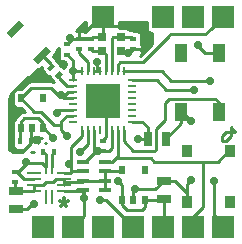
<source format=gtl>
G04 (created by PCBNEW (2013-jul-07)-stable) date Sun 10 Jul 2016 10:25:08 PM EDT*
%MOIN*%
G04 Gerber Fmt 3.4, Leading zero omitted, Abs format*
%FSLAX34Y34*%
G01*
G70*
G90*
G04 APERTURE LIST*
%ADD10C,0.00590551*%
%ADD11C,0.011811*%
%ADD12R,0.0354331X0.0393701*%
%ADD13R,0.02X0.03*%
%ADD14R,0.01X0.03*%
%ADD15R,0.03X0.01*%
%ADD16R,0.1181X0.1181*%
%ADD17R,0.0492126X0.00984252*%
%ADD18R,0.00984252X0.0492126*%
%ADD19R,0.075X0.075*%
%ADD20R,0.0275591X0.0275591*%
%ADD21R,0.0236X0.0157*%
%ADD22R,0.045X0.025*%
%ADD23R,0.025X0.045*%
%ADD24R,0.0157X0.0236*%
%ADD25R,0.0394X0.0591*%
%ADD26R,0.0393701X0.015748*%
%ADD27C,0.029*%
%ADD28C,0.01*%
%ADD29C,0.011*%
G04 APERTURE END LIST*
G54D10*
G54D11*
X16199Y-18148D02*
X16199Y-18289D01*
X16340Y-18232D02*
X16199Y-18289D01*
X16059Y-18232D01*
X16284Y-18401D02*
X16199Y-18289D01*
X16115Y-18401D01*
G54D10*
G36*
X14293Y-12621D02*
X14717Y-12197D01*
X14887Y-12367D01*
X14463Y-12791D01*
X14293Y-12621D01*
X14293Y-12621D01*
G37*
G36*
X15170Y-13498D02*
X15594Y-13074D01*
X15764Y-13244D01*
X15340Y-13668D01*
X15170Y-13498D01*
X15170Y-13498D01*
G37*
G54D12*
X21748Y-16573D03*
X21748Y-18266D03*
X20291Y-16573D03*
X20291Y-18266D03*
G54D13*
X14759Y-15809D03*
X15509Y-15809D03*
X14759Y-14809D03*
X15134Y-15809D03*
X15509Y-14809D03*
X18143Y-18190D03*
X18893Y-18190D03*
X18143Y-17190D03*
X18518Y-18190D03*
X18893Y-17190D03*
G54D14*
X17008Y-13916D03*
X17205Y-13916D03*
X17402Y-13916D03*
X16811Y-13916D03*
G54D15*
X16516Y-14211D03*
X16516Y-14408D03*
X16516Y-14605D03*
X16516Y-14802D03*
X16516Y-14998D03*
X16516Y-15195D03*
X16516Y-15392D03*
X16516Y-15589D03*
G54D14*
X18189Y-15884D03*
X16811Y-15884D03*
X17008Y-15884D03*
X17205Y-15884D03*
X17402Y-15884D03*
X17598Y-15884D03*
X17795Y-15884D03*
X17992Y-15884D03*
G54D15*
X18484Y-15589D03*
X18484Y-15392D03*
X18484Y-15195D03*
X18484Y-14998D03*
X18484Y-14802D03*
X18484Y-14605D03*
X18484Y-14408D03*
X18484Y-14211D03*
G54D14*
X18189Y-13916D03*
X17992Y-13916D03*
X17795Y-13916D03*
X17598Y-13916D03*
G54D16*
X17500Y-14900D03*
G54D17*
X16192Y-17895D03*
X16192Y-17698D03*
X16192Y-17501D03*
X16192Y-17304D03*
G54D18*
X15798Y-17107D03*
X15601Y-17107D03*
G54D17*
X15207Y-17304D03*
X15207Y-17501D03*
X15207Y-17698D03*
X15207Y-17895D03*
G54D18*
X15601Y-18092D03*
X15798Y-18092D03*
G54D19*
X21500Y-12100D03*
X21500Y-19100D03*
X17500Y-12100D03*
G54D20*
X17485Y-13236D03*
X18114Y-12763D03*
X17485Y-12763D03*
X18114Y-13236D03*
G54D21*
X17100Y-13177D03*
X17100Y-12823D03*
X18500Y-12823D03*
X18500Y-13177D03*
G54D19*
X15500Y-19100D03*
G54D22*
X14600Y-18500D03*
X14600Y-17900D03*
G54D23*
X19590Y-16176D03*
X18990Y-16176D03*
G54D22*
X19527Y-17559D03*
X19527Y-18159D03*
G54D21*
X16311Y-13005D03*
X16311Y-13359D03*
X14585Y-17261D03*
X14585Y-17615D03*
G54D24*
X15519Y-16588D03*
X15873Y-16588D03*
G54D19*
X19500Y-19100D03*
X17500Y-19100D03*
G54D25*
X21369Y-13316D03*
X20109Y-13316D03*
X20109Y-15284D03*
X21369Y-15284D03*
G54D24*
X15101Y-16247D03*
X14747Y-16247D03*
G54D10*
G36*
X16164Y-13997D02*
X15997Y-14164D01*
X15886Y-14053D01*
X16053Y-13886D01*
X16164Y-13997D01*
X16164Y-13997D01*
G37*
G36*
X15913Y-13746D02*
X15746Y-13913D01*
X15635Y-13802D01*
X15802Y-13635D01*
X15913Y-13746D01*
X15913Y-13746D01*
G37*
G54D26*
X16833Y-16927D03*
X16833Y-17242D03*
X16833Y-17557D03*
X16833Y-17872D03*
X17566Y-17872D03*
X17566Y-17557D03*
X17566Y-17242D03*
X17566Y-16927D03*
G54D19*
X19500Y-12100D03*
G54D21*
X16700Y-12823D03*
X16700Y-13177D03*
X17490Y-16221D03*
X17490Y-16575D03*
G54D19*
X20500Y-12100D03*
X20500Y-19100D03*
X18500Y-19100D03*
X16500Y-19100D03*
G54D27*
X15854Y-16142D03*
X18018Y-17582D03*
X20655Y-13050D03*
X16116Y-14704D03*
X16313Y-16056D03*
X16494Y-13896D03*
X17302Y-13616D03*
X18666Y-16160D03*
X17349Y-16575D03*
X16174Y-13678D03*
X15500Y-14100D03*
X16400Y-12800D03*
X15204Y-18330D03*
X15276Y-16194D03*
X20454Y-15561D03*
X20440Y-17521D03*
X14938Y-16926D03*
X18571Y-17850D03*
X18329Y-13316D03*
X17496Y-14883D03*
X17817Y-15210D03*
X17169Y-15204D03*
X17193Y-14576D03*
X17820Y-14585D03*
X15956Y-15308D03*
X20522Y-14520D03*
X21218Y-17568D03*
X21075Y-14220D03*
X16739Y-16598D03*
X16878Y-18150D03*
X16356Y-17004D03*
X17390Y-18202D03*
G54D28*
X21460Y-16231D02*
X21460Y-16081D01*
X21460Y-16081D02*
X21610Y-15931D01*
X21610Y-15931D02*
X21760Y-15931D01*
X21760Y-15931D02*
X21760Y-15781D01*
X21760Y-15781D02*
X21910Y-15931D01*
X21910Y-15931D02*
X21760Y-15931D01*
X21760Y-15931D02*
X21760Y-16081D01*
X21760Y-16081D02*
X21610Y-16231D01*
X21610Y-16231D02*
X21460Y-16231D01*
X15594Y-16316D02*
X15578Y-16316D01*
X15578Y-16316D02*
X15567Y-16305D01*
X15100Y-16600D02*
X15200Y-16600D01*
X15207Y-17698D02*
X15515Y-17698D01*
X15515Y-17698D02*
X15610Y-17604D01*
X15610Y-17604D02*
X15852Y-17604D01*
X15852Y-17604D02*
X15954Y-17501D01*
X15954Y-17501D02*
X16192Y-17501D01*
X15207Y-17895D02*
X15207Y-17698D01*
X14600Y-17900D02*
X14604Y-17895D01*
X14604Y-17895D02*
X15207Y-17895D01*
X14585Y-17615D02*
X14585Y-17885D01*
X14585Y-17885D02*
X14600Y-17900D01*
X16192Y-17606D02*
X16264Y-17606D01*
X16790Y-17601D02*
X16833Y-17557D01*
X16269Y-17601D02*
X16790Y-17601D01*
X16264Y-17606D02*
X16269Y-17601D01*
X16192Y-17501D02*
X16192Y-17606D01*
X16192Y-17606D02*
X16192Y-17698D01*
X16220Y-17529D02*
X16192Y-17501D01*
X16220Y-17600D02*
X16220Y-17529D01*
X17566Y-17557D02*
X16833Y-17557D01*
X17566Y-17557D02*
X17566Y-17872D01*
X17566Y-17242D02*
X17566Y-17557D01*
X18143Y-17190D02*
X18090Y-17242D01*
X18090Y-17242D02*
X17566Y-17242D01*
X18143Y-17793D02*
X18143Y-17707D01*
X15521Y-15809D02*
X15509Y-15809D01*
X15854Y-16142D02*
X15521Y-15809D01*
X18143Y-17707D02*
X18018Y-17582D01*
X21369Y-13316D02*
X20911Y-13316D01*
X20911Y-13316D02*
X20655Y-13059D01*
X20655Y-13059D02*
X20655Y-13050D01*
X15509Y-15809D02*
X15509Y-15641D01*
X14759Y-15586D02*
X14759Y-15809D01*
X14871Y-15474D02*
X14759Y-15586D01*
X15342Y-15474D02*
X14871Y-15474D01*
X15509Y-15641D02*
X15342Y-15474D01*
X14747Y-16247D02*
X14747Y-15821D01*
X14747Y-15821D02*
X14759Y-15809D01*
X18143Y-18190D02*
X18143Y-17793D01*
X18143Y-17793D02*
X18143Y-17782D01*
X19527Y-18159D02*
X19527Y-19073D01*
X19527Y-19073D02*
X19500Y-19100D01*
X19131Y-18190D02*
X19496Y-18190D01*
X19496Y-18190D02*
X19527Y-18159D01*
X18893Y-18190D02*
X19131Y-18190D01*
X19131Y-18190D02*
X19110Y-18190D01*
X18143Y-18190D02*
X18143Y-18374D01*
X18143Y-18374D02*
X18298Y-18529D01*
X18298Y-18529D02*
X18816Y-18529D01*
X18816Y-18529D02*
X18893Y-18452D01*
X18893Y-18452D02*
X18893Y-18190D01*
X20500Y-19100D02*
X20500Y-18777D01*
X20825Y-18452D02*
X20825Y-16938D01*
X20500Y-18777D02*
X20825Y-18452D01*
X21748Y-16573D02*
X21686Y-16573D01*
X21686Y-16573D02*
X21322Y-16938D01*
X21322Y-16938D02*
X20825Y-16938D01*
X20825Y-16938D02*
X19220Y-16938D01*
X19220Y-16938D02*
X19099Y-16817D01*
X19099Y-16817D02*
X17925Y-16817D01*
X17992Y-16501D02*
X17992Y-16750D01*
X17992Y-15884D02*
X17992Y-16501D01*
X17814Y-16927D02*
X17566Y-16927D01*
X17992Y-16750D02*
X17925Y-16817D01*
X17925Y-16817D02*
X17814Y-16927D01*
X16113Y-15708D02*
X15873Y-15708D01*
X15873Y-15708D02*
X15429Y-15264D01*
X15429Y-15264D02*
X15214Y-15264D01*
X16113Y-15856D02*
X16313Y-16056D01*
X16516Y-15392D02*
X16294Y-15392D01*
X16294Y-15392D02*
X16113Y-15573D01*
X16113Y-15573D02*
X16113Y-15708D01*
X16113Y-15708D02*
X16113Y-15856D01*
X15214Y-15264D02*
X14759Y-14809D01*
X16116Y-14704D02*
X16005Y-14704D01*
X16005Y-14704D02*
X15755Y-14454D01*
X15755Y-14454D02*
X15114Y-14454D01*
X15114Y-14454D02*
X14759Y-14809D01*
X16516Y-14802D02*
X16214Y-14802D01*
X16214Y-14802D02*
X16116Y-14704D01*
X16116Y-14704D02*
X16238Y-14704D01*
X16238Y-14704D02*
X16337Y-14605D01*
X16337Y-14605D02*
X16516Y-14605D01*
X16311Y-13359D02*
X16494Y-13542D01*
X16494Y-13542D02*
X16494Y-13896D01*
X16516Y-14211D02*
X16516Y-13918D01*
X16516Y-13918D02*
X16494Y-13896D01*
X17304Y-13916D02*
X17304Y-13618D01*
X16514Y-13916D02*
X16811Y-13916D01*
X16494Y-13896D02*
X16514Y-13916D01*
X17304Y-13618D02*
X17302Y-13616D01*
X17262Y-16575D02*
X17349Y-16575D01*
X18666Y-16160D02*
X18990Y-16160D01*
X18990Y-16160D02*
X18990Y-15763D01*
X18990Y-15763D02*
X18816Y-15589D01*
X18816Y-15589D02*
X18484Y-15589D01*
X17490Y-16575D02*
X17262Y-16575D01*
X17262Y-16575D02*
X17205Y-16632D01*
X17795Y-15884D02*
X17795Y-16475D01*
X17695Y-16575D02*
X17490Y-16575D01*
X17795Y-16475D02*
X17695Y-16575D01*
X16833Y-16927D02*
X16909Y-16927D01*
X16909Y-16927D02*
X17205Y-16632D01*
X17205Y-16293D02*
X17205Y-15884D01*
X17205Y-16632D02*
X17205Y-16293D01*
X17402Y-13916D02*
X17304Y-13916D01*
X17304Y-13916D02*
X17300Y-13916D01*
X17300Y-13916D02*
X17294Y-13916D01*
X17294Y-13916D02*
X17205Y-13916D01*
X16174Y-13678D02*
X16020Y-13524D01*
X16020Y-13524D02*
X15984Y-13524D01*
X15101Y-16247D02*
X15101Y-16299D01*
X15101Y-16299D02*
X14800Y-16600D01*
X14800Y-16600D02*
X14500Y-16600D01*
X14500Y-16600D02*
X14400Y-16500D01*
X14400Y-16500D02*
X14400Y-14700D01*
X14400Y-14700D02*
X15000Y-14100D01*
X15000Y-14100D02*
X15500Y-14100D01*
X17500Y-12100D02*
X17400Y-12100D01*
X17400Y-12100D02*
X17000Y-12500D01*
X18200Y-12400D02*
X17800Y-12400D01*
X17800Y-12400D02*
X17500Y-12100D01*
X16493Y-12823D02*
X16423Y-12823D01*
X16423Y-12823D02*
X16400Y-12800D01*
X14600Y-18500D02*
X14977Y-18500D01*
X15147Y-18330D02*
X15204Y-18330D01*
X14977Y-18500D02*
X15147Y-18330D01*
X15101Y-16247D02*
X15223Y-16247D01*
X15223Y-16247D02*
X15276Y-16194D01*
X15101Y-16247D02*
X15101Y-15842D01*
X15101Y-15842D02*
X15134Y-15809D01*
X16311Y-13005D02*
X16493Y-12823D01*
X16493Y-12823D02*
X16700Y-12823D01*
X17485Y-12763D02*
X17500Y-12748D01*
X17500Y-12748D02*
X17500Y-12100D01*
X20109Y-15284D02*
X20177Y-15284D01*
X20177Y-15284D02*
X20454Y-15561D01*
X20440Y-17521D02*
X20291Y-17669D01*
X20291Y-17669D02*
X20291Y-18266D01*
X19527Y-17559D02*
X19236Y-17850D01*
X19236Y-17850D02*
X18571Y-17850D01*
X20291Y-18266D02*
X20291Y-17960D01*
X20291Y-17960D02*
X19890Y-17559D01*
X19890Y-17559D02*
X19527Y-17559D01*
X14976Y-16971D02*
X14976Y-16964D01*
X14976Y-16964D02*
X14938Y-16926D01*
X18571Y-17850D02*
X18518Y-17903D01*
X18518Y-17903D02*
X18518Y-18190D01*
X15207Y-17501D02*
X14886Y-17501D01*
X14886Y-17501D02*
X14646Y-17261D01*
X14646Y-17261D02*
X14585Y-17261D01*
X15601Y-17107D02*
X15601Y-16670D01*
X15601Y-16670D02*
X15519Y-16588D01*
X14585Y-17261D02*
X14686Y-17261D01*
X14686Y-17261D02*
X14976Y-16971D01*
X14976Y-16971D02*
X14979Y-16968D01*
X14979Y-16968D02*
X15461Y-16968D01*
X15461Y-16968D02*
X15601Y-17107D01*
X17100Y-12823D02*
X16700Y-12823D01*
X17485Y-12763D02*
X17159Y-12763D01*
X17159Y-12763D02*
X17100Y-12823D01*
X18329Y-13316D02*
X18468Y-13177D01*
X18468Y-13177D02*
X18500Y-13177D01*
X17496Y-14883D02*
X17500Y-14887D01*
X17500Y-14887D02*
X17500Y-14900D01*
X17817Y-15210D02*
X17507Y-14900D01*
X17507Y-14900D02*
X17500Y-14900D01*
X17169Y-15204D02*
X17473Y-14900D01*
X17473Y-14900D02*
X17500Y-14900D01*
X17193Y-14576D02*
X17500Y-14883D01*
X17500Y-14883D02*
X17500Y-14900D01*
X17505Y-14900D02*
X17500Y-14900D01*
X17820Y-14585D02*
X17505Y-14900D01*
X17598Y-15884D02*
X17598Y-14998D01*
X17598Y-14998D02*
X17500Y-14900D01*
X17490Y-16221D02*
X17490Y-16216D01*
X17599Y-15884D02*
X17598Y-15884D01*
X17599Y-16107D02*
X17599Y-15884D01*
X17490Y-16216D02*
X17599Y-16107D01*
X20109Y-15284D02*
X20109Y-15641D01*
X20109Y-15641D02*
X19590Y-16160D01*
X18114Y-13236D02*
X18440Y-13236D01*
X18440Y-13236D02*
X18500Y-13177D01*
X16196Y-15195D02*
X16069Y-15195D01*
X16069Y-15195D02*
X15956Y-15308D01*
X16516Y-15195D02*
X16196Y-15195D01*
X19296Y-14211D02*
X18484Y-14211D01*
X19605Y-14520D02*
X19296Y-14211D01*
X20522Y-14520D02*
X19605Y-14520D01*
X21108Y-12492D02*
X20916Y-12684D01*
X21500Y-12100D02*
X21108Y-12492D01*
X19752Y-12684D02*
X20042Y-12684D01*
X19752Y-12684D02*
X19708Y-12728D01*
X20916Y-12684D02*
X20042Y-12684D01*
X17992Y-13916D02*
X17992Y-13695D01*
X17992Y-13695D02*
X18074Y-13613D01*
X18074Y-13613D02*
X18823Y-13613D01*
X18823Y-13613D02*
X19708Y-12728D01*
X19708Y-12728D02*
X19705Y-12731D01*
X15574Y-13471D02*
X15474Y-13371D01*
X15474Y-13371D02*
X15467Y-13371D01*
X15774Y-13774D02*
X15774Y-13671D01*
X15774Y-13671D02*
X15574Y-13471D01*
X15574Y-13471D02*
X15576Y-13473D01*
X15576Y-13473D02*
X15573Y-13470D01*
X16700Y-13177D02*
X16700Y-13300D01*
X17008Y-13608D02*
X17008Y-13916D01*
X16700Y-13300D02*
X17008Y-13608D01*
X15798Y-17107D02*
X15798Y-16662D01*
X15798Y-16662D02*
X15873Y-16588D01*
X17100Y-13177D02*
X17159Y-13236D01*
X17159Y-13236D02*
X17485Y-13236D01*
X17598Y-13916D02*
X17598Y-13349D01*
X17598Y-13349D02*
X17485Y-13236D01*
X16516Y-14408D02*
X16292Y-14408D01*
X16025Y-14141D02*
X16025Y-14025D01*
X16292Y-14408D02*
X16025Y-14141D01*
X18114Y-12763D02*
X18440Y-12763D01*
X18440Y-12763D02*
X18500Y-12823D01*
X17836Y-12763D02*
X18114Y-12763D01*
X17795Y-12805D02*
X17836Y-12763D01*
X17795Y-13916D02*
X17795Y-12805D01*
X21500Y-19100D02*
X21500Y-18971D01*
X21500Y-18971D02*
X21218Y-18689D01*
X21218Y-18689D02*
X21218Y-17568D01*
X21075Y-14220D02*
X19771Y-14220D01*
X19771Y-14220D02*
X19467Y-13916D01*
X19467Y-13916D02*
X18187Y-13916D01*
X18187Y-13916D02*
X18189Y-13916D01*
X21369Y-14945D02*
X21243Y-14819D01*
X18189Y-16236D02*
X18516Y-16563D01*
X18516Y-16563D02*
X19230Y-16563D01*
X19230Y-16563D02*
X19278Y-16515D01*
X19278Y-16515D02*
X19278Y-15828D01*
X19278Y-15828D02*
X19560Y-15546D01*
X19560Y-15546D02*
X19560Y-14964D01*
X18189Y-16236D02*
X18189Y-15884D01*
X19705Y-14819D02*
X19560Y-14964D01*
X21243Y-14819D02*
X19705Y-14819D01*
X21369Y-14934D02*
X21369Y-14945D01*
X21369Y-14945D02*
X21369Y-15284D01*
X16833Y-17872D02*
X16878Y-17916D01*
X16878Y-17916D02*
X16878Y-18150D01*
X16833Y-17872D02*
X16811Y-17895D01*
X16811Y-17895D02*
X16192Y-17895D01*
X16500Y-19100D02*
X16878Y-18722D01*
X16878Y-18722D02*
X16878Y-18150D01*
X16862Y-16479D02*
X16858Y-16479D01*
X17008Y-16333D02*
X16862Y-16479D01*
X17008Y-15884D02*
X17008Y-16333D01*
X16858Y-16479D02*
X16739Y-16598D01*
X16833Y-18105D02*
X16833Y-17872D01*
X16878Y-18150D02*
X16833Y-18105D01*
X16833Y-17872D02*
X16617Y-17872D01*
X16594Y-17895D02*
X16192Y-17895D01*
X16617Y-17872D02*
X16594Y-17895D01*
X18500Y-19100D02*
X17602Y-18202D01*
X16368Y-16992D02*
X16356Y-17004D01*
X16368Y-16992D02*
X16445Y-16992D01*
X17602Y-18202D02*
X17390Y-18202D01*
X16811Y-15884D02*
X16811Y-16062D01*
X16445Y-17212D02*
X16475Y-17242D01*
X16445Y-16428D02*
X16445Y-16992D01*
X16445Y-16992D02*
X16445Y-17212D01*
X16811Y-16062D02*
X16445Y-16428D01*
X16192Y-17304D02*
X16413Y-17304D01*
X16475Y-17242D02*
X16833Y-17242D01*
X16413Y-17304D02*
X16475Y-17242D01*
G54D10*
G36*
X14906Y-16510D02*
X14901Y-16517D01*
X14895Y-16545D01*
X14384Y-16545D01*
X14384Y-14793D01*
X14493Y-14683D01*
X14493Y-14691D01*
X14493Y-14991D01*
X14519Y-15052D01*
X14565Y-15098D01*
X14626Y-15123D01*
X14691Y-15124D01*
X14769Y-15124D01*
X14904Y-15259D01*
X14871Y-15259D01*
X14788Y-15275D01*
X14718Y-15321D01*
X14606Y-15433D01*
X14560Y-15503D01*
X14555Y-15529D01*
X14519Y-15565D01*
X14494Y-15626D01*
X14493Y-15691D01*
X14493Y-15991D01*
X14519Y-16052D01*
X14520Y-16054D01*
X14503Y-16096D01*
X14503Y-16161D01*
X14503Y-16397D01*
X14528Y-16458D01*
X14574Y-16504D01*
X14635Y-16529D01*
X14701Y-16530D01*
X14858Y-16530D01*
X14906Y-16510D01*
X14906Y-16510D01*
G37*
G54D29*
X14906Y-16510D02*
X14901Y-16517D01*
X14895Y-16545D01*
X14384Y-16545D01*
X14384Y-14793D01*
X14493Y-14683D01*
X14493Y-14691D01*
X14493Y-14991D01*
X14519Y-15052D01*
X14565Y-15098D01*
X14626Y-15123D01*
X14691Y-15124D01*
X14769Y-15124D01*
X14904Y-15259D01*
X14871Y-15259D01*
X14788Y-15275D01*
X14718Y-15321D01*
X14606Y-15433D01*
X14560Y-15503D01*
X14555Y-15529D01*
X14519Y-15565D01*
X14494Y-15626D01*
X14493Y-15691D01*
X14493Y-15991D01*
X14519Y-16052D01*
X14520Y-16054D01*
X14503Y-16096D01*
X14503Y-16161D01*
X14503Y-16397D01*
X14528Y-16458D01*
X14574Y-16504D01*
X14635Y-16529D01*
X14701Y-16530D01*
X14858Y-16530D01*
X14906Y-16510D01*
G54D10*
G36*
X15146Y-15814D02*
X15139Y-15814D01*
X15139Y-15821D01*
X15129Y-15821D01*
X15129Y-15814D01*
X15121Y-15814D01*
X15121Y-15804D01*
X15129Y-15804D01*
X15129Y-15796D01*
X15139Y-15796D01*
X15139Y-15804D01*
X15146Y-15804D01*
X15146Y-15814D01*
X15146Y-15814D01*
G37*
G54D29*
X15146Y-15814D02*
X15139Y-15814D01*
X15139Y-15821D01*
X15129Y-15821D01*
X15129Y-15814D01*
X15121Y-15814D01*
X15121Y-15804D01*
X15129Y-15804D01*
X15129Y-15796D01*
X15139Y-15796D01*
X15139Y-15804D01*
X15146Y-15804D01*
X15146Y-15814D01*
G54D10*
G36*
X15458Y-16124D02*
X15414Y-16152D01*
X15368Y-16222D01*
X15353Y-16295D01*
X15310Y-16252D01*
X15106Y-16252D01*
X15106Y-16259D01*
X15096Y-16259D01*
X15096Y-16252D01*
X15088Y-16252D01*
X15088Y-16242D01*
X15096Y-16242D01*
X15096Y-16234D01*
X15106Y-16234D01*
X15106Y-16242D01*
X15310Y-16242D01*
X15354Y-16198D01*
X15354Y-16163D01*
X15354Y-16115D01*
X15376Y-16123D01*
X15441Y-16124D01*
X15458Y-16124D01*
X15458Y-16124D01*
G37*
G54D29*
X15458Y-16124D02*
X15414Y-16152D01*
X15368Y-16222D01*
X15353Y-16295D01*
X15310Y-16252D01*
X15106Y-16252D01*
X15106Y-16259D01*
X15096Y-16259D01*
X15096Y-16252D01*
X15088Y-16252D01*
X15088Y-16242D01*
X15096Y-16242D01*
X15096Y-16234D01*
X15106Y-16234D01*
X15106Y-16242D01*
X15310Y-16242D01*
X15354Y-16198D01*
X15354Y-16163D01*
X15354Y-16115D01*
X15376Y-16123D01*
X15441Y-16124D01*
X15458Y-16124D01*
G54D10*
G36*
X15856Y-14268D02*
X15837Y-14255D01*
X15755Y-14239D01*
X15114Y-14239D01*
X15031Y-14255D01*
X14961Y-14301D01*
X14769Y-14493D01*
X14683Y-14493D01*
X15344Y-13833D01*
X15373Y-13833D01*
X15433Y-13808D01*
X15470Y-13771D01*
X15470Y-13835D01*
X15495Y-13896D01*
X15542Y-13942D01*
X15653Y-14053D01*
X15713Y-14078D01*
X15721Y-14078D01*
X15721Y-14085D01*
X15746Y-14146D01*
X15792Y-14192D01*
X15833Y-14233D01*
X15833Y-14233D01*
X15856Y-14268D01*
X15856Y-14268D01*
G37*
G54D29*
X15856Y-14268D02*
X15837Y-14255D01*
X15755Y-14239D01*
X15114Y-14239D01*
X15031Y-14255D01*
X14961Y-14301D01*
X14769Y-14493D01*
X14683Y-14493D01*
X15344Y-13833D01*
X15373Y-13833D01*
X15433Y-13808D01*
X15470Y-13771D01*
X15470Y-13835D01*
X15495Y-13896D01*
X15542Y-13942D01*
X15653Y-14053D01*
X15713Y-14078D01*
X15721Y-14078D01*
X15721Y-14085D01*
X15746Y-14146D01*
X15792Y-14192D01*
X15833Y-14233D01*
X15833Y-14233D01*
X15856Y-14268D01*
G54D10*
G36*
X16279Y-13672D02*
X16231Y-13720D01*
X16198Y-13798D01*
X16146Y-13746D01*
X16086Y-13721D01*
X16078Y-13721D01*
X16078Y-13714D01*
X16053Y-13653D01*
X16007Y-13607D01*
X15940Y-13540D01*
X15926Y-13519D01*
X15824Y-13417D01*
X15904Y-13337D01*
X15929Y-13277D01*
X15929Y-13248D01*
X16030Y-13147D01*
X16044Y-13182D01*
X16051Y-13189D01*
X16028Y-13247D01*
X16027Y-13313D01*
X16027Y-13470D01*
X16053Y-13530D01*
X16099Y-13577D01*
X16160Y-13602D01*
X16225Y-13602D01*
X16250Y-13602D01*
X16279Y-13631D01*
X16279Y-13672D01*
X16279Y-13672D01*
G37*
G54D29*
X16279Y-13672D02*
X16231Y-13720D01*
X16198Y-13798D01*
X16146Y-13746D01*
X16086Y-13721D01*
X16078Y-13721D01*
X16078Y-13714D01*
X16053Y-13653D01*
X16007Y-13607D01*
X15940Y-13540D01*
X15926Y-13519D01*
X15824Y-13417D01*
X15904Y-13337D01*
X15929Y-13277D01*
X15929Y-13248D01*
X16030Y-13147D01*
X16044Y-13182D01*
X16051Y-13189D01*
X16028Y-13247D01*
X16027Y-13313D01*
X16027Y-13470D01*
X16053Y-13530D01*
X16099Y-13577D01*
X16160Y-13602D01*
X16225Y-13602D01*
X16250Y-13602D01*
X16279Y-13631D01*
X16279Y-13672D01*
G54D10*
G36*
X16323Y-13010D02*
X16316Y-13010D01*
X16316Y-13017D01*
X16306Y-13017D01*
X16306Y-13010D01*
X16298Y-13010D01*
X16298Y-13000D01*
X16306Y-13000D01*
X16306Y-12992D01*
X16316Y-12992D01*
X16316Y-13000D01*
X16323Y-13000D01*
X16323Y-13010D01*
X16323Y-13010D01*
G37*
G54D29*
X16323Y-13010D02*
X16316Y-13010D01*
X16316Y-13017D01*
X16306Y-13017D01*
X16306Y-13010D01*
X16298Y-13010D01*
X16298Y-13000D01*
X16306Y-13000D01*
X16306Y-12992D01*
X16316Y-12992D01*
X16316Y-13000D01*
X16323Y-13000D01*
X16323Y-13010D01*
G54D10*
G36*
X17112Y-12828D02*
X17105Y-12828D01*
X17105Y-12835D01*
X17095Y-12835D01*
X17095Y-12828D01*
X16949Y-12828D01*
X16850Y-12828D01*
X16705Y-12828D01*
X16705Y-12835D01*
X16695Y-12835D01*
X16695Y-12828D01*
X16687Y-12828D01*
X16687Y-12818D01*
X16695Y-12818D01*
X16695Y-12613D01*
X16651Y-12569D01*
X16616Y-12569D01*
X16608Y-12569D01*
X16893Y-12284D01*
X16949Y-12284D01*
X16949Y-12440D01*
X16950Y-12509D01*
X16974Y-12569D01*
X16947Y-12569D01*
X16900Y-12589D01*
X16852Y-12569D01*
X16783Y-12569D01*
X16748Y-12569D01*
X16705Y-12613D01*
X16705Y-12818D01*
X16850Y-12818D01*
X16949Y-12818D01*
X17095Y-12818D01*
X17095Y-12810D01*
X17105Y-12810D01*
X17105Y-12818D01*
X17112Y-12818D01*
X17112Y-12828D01*
X17112Y-12828D01*
G37*
G54D29*
X17112Y-12828D02*
X17105Y-12828D01*
X17105Y-12835D01*
X17095Y-12835D01*
X17095Y-12828D01*
X16949Y-12828D01*
X16850Y-12828D01*
X16705Y-12828D01*
X16705Y-12835D01*
X16695Y-12835D01*
X16695Y-12828D01*
X16687Y-12828D01*
X16687Y-12818D01*
X16695Y-12818D01*
X16695Y-12613D01*
X16651Y-12569D01*
X16616Y-12569D01*
X16608Y-12569D01*
X16893Y-12284D01*
X16949Y-12284D01*
X16949Y-12440D01*
X16950Y-12509D01*
X16974Y-12569D01*
X16947Y-12569D01*
X16900Y-12589D01*
X16852Y-12569D01*
X16783Y-12569D01*
X16748Y-12569D01*
X16705Y-12613D01*
X16705Y-12818D01*
X16850Y-12818D01*
X16949Y-12818D01*
X17095Y-12818D01*
X17095Y-12810D01*
X17105Y-12810D01*
X17105Y-12818D01*
X17112Y-12818D01*
X17112Y-12828D01*
G54D10*
G36*
X17497Y-12768D02*
X17490Y-12768D01*
X17490Y-12776D01*
X17480Y-12776D01*
X17480Y-12768D01*
X17472Y-12768D01*
X17472Y-12758D01*
X17480Y-12758D01*
X17480Y-12750D01*
X17490Y-12750D01*
X17490Y-12758D01*
X17497Y-12758D01*
X17497Y-12768D01*
X17497Y-12768D01*
G37*
G54D29*
X17497Y-12768D02*
X17490Y-12768D01*
X17490Y-12776D01*
X17480Y-12776D01*
X17480Y-12768D01*
X17472Y-12768D01*
X17472Y-12758D01*
X17480Y-12758D01*
X17480Y-12750D01*
X17490Y-12750D01*
X17490Y-12758D01*
X17497Y-12758D01*
X17497Y-12768D01*
G54D10*
G36*
X17502Y-16226D02*
X17495Y-16226D01*
X17495Y-16233D01*
X17485Y-16233D01*
X17485Y-16226D01*
X17477Y-16226D01*
X17477Y-16216D01*
X17485Y-16216D01*
X17485Y-16208D01*
X17495Y-16208D01*
X17495Y-16216D01*
X17502Y-16216D01*
X17502Y-16226D01*
X17502Y-16226D01*
G37*
G54D29*
X17502Y-16226D02*
X17495Y-16226D01*
X17495Y-16233D01*
X17485Y-16233D01*
X17485Y-16226D01*
X17477Y-16226D01*
X17477Y-16216D01*
X17485Y-16216D01*
X17485Y-16208D01*
X17495Y-16208D01*
X17495Y-16216D01*
X17502Y-16216D01*
X17502Y-16226D01*
G54D10*
G36*
X17512Y-14905D02*
X17505Y-14905D01*
X17505Y-14912D01*
X17495Y-14912D01*
X17495Y-14905D01*
X17487Y-14905D01*
X17487Y-14895D01*
X17495Y-14895D01*
X17495Y-14887D01*
X17505Y-14887D01*
X17505Y-14895D01*
X17512Y-14895D01*
X17512Y-14905D01*
X17512Y-14905D01*
G37*
G54D29*
X17512Y-14905D02*
X17505Y-14905D01*
X17505Y-14912D01*
X17495Y-14912D01*
X17495Y-14905D01*
X17487Y-14905D01*
X17487Y-14895D01*
X17495Y-14895D01*
X17495Y-14887D01*
X17505Y-14887D01*
X17505Y-14895D01*
X17512Y-14895D01*
X17512Y-14905D01*
G54D10*
G36*
X18127Y-13241D02*
X18119Y-13241D01*
X18119Y-13249D01*
X18109Y-13249D01*
X18109Y-13241D01*
X18102Y-13241D01*
X18102Y-13231D01*
X18109Y-13231D01*
X18109Y-13223D01*
X18119Y-13223D01*
X18119Y-13231D01*
X18127Y-13231D01*
X18127Y-13241D01*
X18127Y-13241D01*
G37*
G54D29*
X18127Y-13241D02*
X18119Y-13241D01*
X18119Y-13249D01*
X18109Y-13249D01*
X18109Y-13241D01*
X18102Y-13241D01*
X18102Y-13231D01*
X18109Y-13231D01*
X18109Y-13223D01*
X18119Y-13223D01*
X18119Y-13231D01*
X18127Y-13231D01*
X18127Y-13241D01*
G54D10*
G36*
X19145Y-12986D02*
X18733Y-13398D01*
X18723Y-13398D01*
X18766Y-13354D01*
X18793Y-13290D01*
X18793Y-13225D01*
X18749Y-13182D01*
X18505Y-13182D01*
X18505Y-13189D01*
X18495Y-13189D01*
X18495Y-13182D01*
X18487Y-13182D01*
X18487Y-13172D01*
X18495Y-13172D01*
X18495Y-13164D01*
X18505Y-13164D01*
X18505Y-13172D01*
X18749Y-13172D01*
X18793Y-13128D01*
X18793Y-13063D01*
X18766Y-12999D01*
X18759Y-12992D01*
X18782Y-12934D01*
X18783Y-12868D01*
X18783Y-12711D01*
X18757Y-12651D01*
X18711Y-12604D01*
X18650Y-12579D01*
X18585Y-12579D01*
X18544Y-12579D01*
X18523Y-12565D01*
X18440Y-12548D01*
X18399Y-12548D01*
X18392Y-12532D01*
X18346Y-12486D01*
X18285Y-12461D01*
X18220Y-12460D01*
X18050Y-12460D01*
X18050Y-12440D01*
X18050Y-12284D01*
X18959Y-12284D01*
X18959Y-12507D01*
X18985Y-12568D01*
X19031Y-12614D01*
X19092Y-12639D01*
X19145Y-12640D01*
X19145Y-12986D01*
X19145Y-12986D01*
G37*
G54D29*
X19145Y-12986D02*
X18733Y-13398D01*
X18723Y-13398D01*
X18766Y-13354D01*
X18793Y-13290D01*
X18793Y-13225D01*
X18749Y-13182D01*
X18505Y-13182D01*
X18505Y-13189D01*
X18495Y-13189D01*
X18495Y-13182D01*
X18487Y-13182D01*
X18487Y-13172D01*
X18495Y-13172D01*
X18495Y-13164D01*
X18505Y-13164D01*
X18505Y-13172D01*
X18749Y-13172D01*
X18793Y-13128D01*
X18793Y-13063D01*
X18766Y-12999D01*
X18759Y-12992D01*
X18782Y-12934D01*
X18783Y-12868D01*
X18783Y-12711D01*
X18757Y-12651D01*
X18711Y-12604D01*
X18650Y-12579D01*
X18585Y-12579D01*
X18544Y-12579D01*
X18523Y-12565D01*
X18440Y-12548D01*
X18399Y-12548D01*
X18392Y-12532D01*
X18346Y-12486D01*
X18285Y-12461D01*
X18220Y-12460D01*
X18050Y-12460D01*
X18050Y-12440D01*
X18050Y-12284D01*
X18959Y-12284D01*
X18959Y-12507D01*
X18985Y-12568D01*
X19031Y-12614D01*
X19092Y-12639D01*
X19145Y-12640D01*
X19145Y-12986D01*
M02*

</source>
